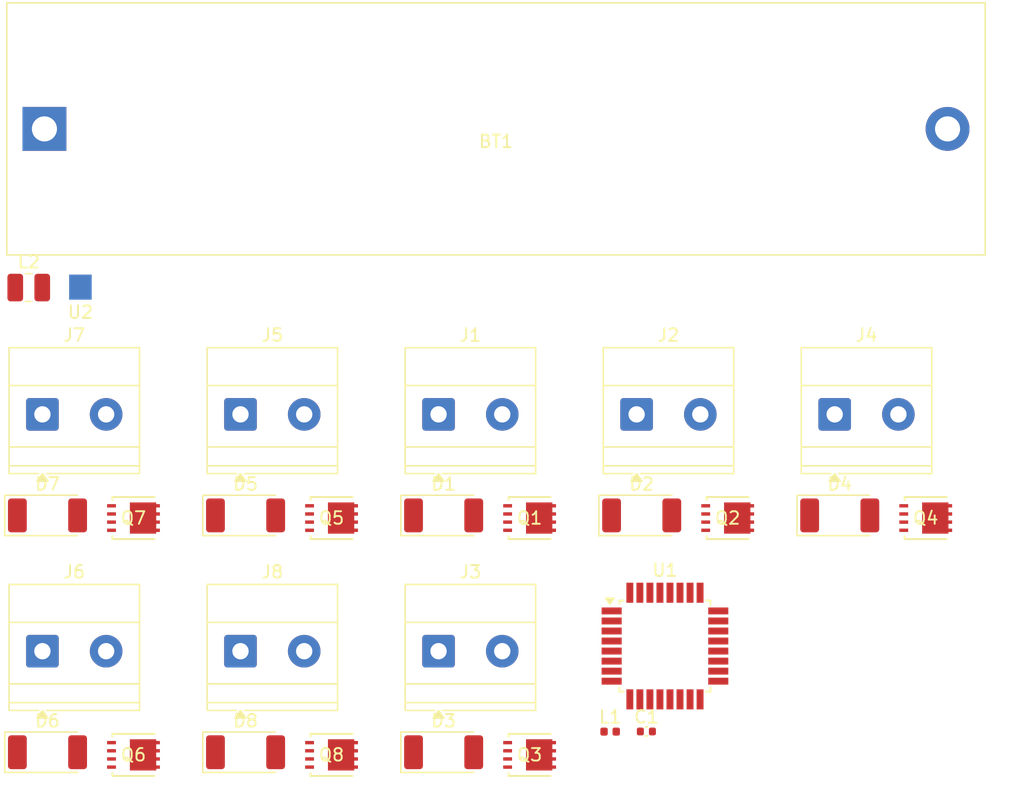
<source format=kicad_pcb>
(kicad_pcb (version 20241229) (generator "pcbnew") (generator_version "9.0")
  (layers (0 "F.Cu" signal) (2 "B.Cu" signal) (13 "F.Paste" user) (15 "B.Paste" user) (5 "F.SilkS" user "F.Silkscreen") (7 "B.SilkS" user "B.Silkscreen") (1 "F.Mask" user) (3 "B.Mask" user) (25 "Edge.Cuts" user))
  (net 0 "")
  (net 9 "GND")
  (net 22 "/Pump1/SIGNAL")
  (net 23 "/Pump2/SIGNAL")
  (net 24 "Net-(D2-K)")
  (net 25 "/Pump3/SIGNAL")
  (net 26 "Net-(D3-K)")
  (net 27 "/Pump4/SIGNAL")
  (net 28 "Net-(D4-K)")
  (net 29 "Net-(D5-K)")
  (net 30 "/Pump5/SIGNAL")
  (net 31 "/Pump6/SIGNAL")
  (net 32 "Net-(D6-K)")
  (net 33 "Net-(D7-K)")
  (net 34 "/Pump7/SIGNAL")
  (net 35 "Net-(D8-K)")
  (net 36 "/Pump8/SIGNAL")
  (net 37 "Net-(D1-K)")
  (net 38 "Net-(C1-Pad1)")
  (net 39 "Net-(U1-AVCC)")
  (net 40 "Net-(BT1-+)")
  (net 41 "Net-(U1-VCC)")
  (net 42 "Out_12VReg")
  (net 43 "Net-(U2-LX2)")
  (net 44 "Net-(U2-LX1)")
  (footprint "Battery:BatteryHolder_MPD_BH-18650-PC2" (layer "F.Cu") (at 3.225 10.275)
    (property "Reference" "BT1" (at 36 1 0) (layer "F.SilkS"))
    (property "Value" "3.7V")
    (fp_line (start -3 -10.05) (end 75 -10.05) (stroke (width 0.12)) (layer "F.SilkS"))
    (fp_line (start -3 10.05) (end -3 -10.05) (stroke (width 0.12)) (layer "F.SilkS"))
    (fp_line (start 75 -10.05) (end 75 10.05) (stroke (width 0.12)) (layer "F.SilkS"))
    (fp_line (start 75 10.05) (end -3 10.05) (stroke (width 0.12)) (layer "F.SilkS"))
    (pad "" np_thru_hole circle (at 8.645 0) (size 3.2 3.2) (drill 3.2) (layers "*.Cu" "*.Mask"))
    (pad "" np_thru_hole circle (at 64.255 0) (size 3.2 3.2) (drill 3.2) (layers "*.Cu" "*.Mask"))
    (pad "1" thru_hole rect (at 0 0) (size 3.5 3.5) (drill 2) (layers "*.Cu" "*.Mask") (net 40 "Net-(BT1-+)"))
    (pad "2" thru_hole circle (at 72 0) (size 3.5 3.5) (drill 2) (layers "*.Cu" "*.Mask") (net 9 "GND"))
  )
  (footprint "Capacitor_SMD:C_0402_1005Metric" (layer "F.Cu") (at 51.215 58.315)
    (property "Reference" "C1" (at 0 -1.16 0) (layer "F.SilkS"))
    (property "Value" "100nF")
    (fp_line (start -0.107836 -0.36) (end 0.107836 -0.36) (stroke (width 0.12)) (layer "F.SilkS"))
    (fp_line (start -0.107836 0.36) (end 0.107836 0.36) (stroke (width 0.12)) (layer "F.SilkS"))
    (pad "1" smd roundrect (at -0.48 0) (size 0.56 0.62) (layers "F.Cu" "F.Mask" "F.Paste") (net 38 "Net-(C1-Pad1)"))
    (pad "2" smd roundrect (at 0.48 0) (size 0.56 0.62) (layers "F.Cu" "F.Mask" "F.Paste") (net 39 "Net-(U1-AVCC)"))
  )
  (footprint "ADDED_SYMBOLS:UCSP50L1C_ROM" (layer "F.Cu") (at 6.0936 22.8904)
    (property "Reference" "U2" (at 0 2 0) (layer "F.SilkS"))
    (property "Value" "BD83070GWL-E2")
    (pad "A1" smd circle (at -0.4064 -0.6096) (size 0.3048 0.3048) (layers "F.Cu" "F.Mask" "F.Paste") (net 40 "Net-(BT1-+)"))
    (pad "A2" smd circle (at 0 -0.6096) (size 0.3048 0.3048) (layers "F.Cu" "F.Mask" "F.Paste") (net 9 "GND"))
    (pad "A3" smd circle (at 0.4064 -0.6096) (size 0.3048 0.3048) (layers "F.Cu" "F.Mask" "F.Paste"))
    (pad "B1" smd circle (at -0.4064 -0.2032) (size 0.3048 0.3048) (layers "F.Cu" "F.Mask" "F.Paste"))
    (pad "B2" smd circle (at 0 -0.2032) (size 0.3048 0.3048) (layers "F.Cu" "F.Mask" "F.Paste") (net 40 "Net-(BT1-+)"))
    (pad "B3" smd circle (at 0.4064 -0.2032) (size 0.3048 0.3048) (layers "F.Cu" "F.Mask" "F.Paste"))
    (pad "BGA PAD" smd rect (at 0 0) (size 1.8 2) (property pad_prop_bga) (layers "B.Cu" "B.Paste"))
    (pad "C1" smd circle (at -0.4064 0.2032) (size 0.3048 0.3048) (layers "F.Cu" "F.Mask" "F.Paste"))
    (pad "C2" smd circle (at 0 0.2032) (size 0.3048 0.3048) (layers "F.Cu" "F.Mask" "F.Paste"))
    (pad "C3" smd circle (at 0.4064 0.2032) (size 0.3048 0.3048) (layers "F.Cu" "F.Mask" "F.Paste") (net 40 "Net-(BT1-+)"))
    (pad "D1" smd circle (at -0.4064 0.6096) (size 0.3048 0.3048) (layers "F.Cu" "F.Mask" "F.Paste") (net 43 "Net-(U2-LX2)"))
    (pad "D2" smd circle (at 0 0.6096) (size 0.3048 0.3048) (layers "F.Cu" "F.Mask" "F.Paste") (net 9 "GND"))
    (pad "D3" smd circle (at 0.4064 0.6096) (size 0.3048 0.3048) (layers "F.Cu" "F.Mask" "F.Paste") (net 44 "Net-(U2-LX1)"))
  )
  (footprint "Diode_SMD:D_MELF" (layer "F.Cu") (at 35.05 59.97)
    (property "Reference" "D3" (at 0 -2.5 0) (layer "F.SilkS"))
    (property "Value" "SM5059")
    (fp_line (start -3.41 -1.61) (end -3.41 1.61) (stroke (width 0.12)) (layer "F.SilkS"))
    (fp_line (start -3.41 1.61) (end 2.4 1.61) (stroke (width 0.12)) (layer "F.SilkS"))
    (fp_line (start 2.4 -1.61) (end -3.41 -1.61) (stroke (width 0.12)) (layer "F.SilkS"))
    (pad "1" smd roundrect (at -2.4 0) (size 1.5 2.7) (layers "F.Cu" "F.Mask" "F.Paste") (roundrect_rratio 0.1666666667) (net 26 "Net-(D3-K)"))
    (pad "2" smd roundrect (at 2.4 0) (size 1.5 2.7) (layers "F.Cu" "F.Mask" "F.Paste") (roundrect_rratio 0.1666666667) (net 9 "GND"))
  )
  (footprint "ADDED_SYMBOLS:TSON_AdvanceWF_TOS" (layer "F.Cu") (at 73.485 41.300199)
    (property "Reference" "Q4" (at 0 0 0) (layer "F.SilkS"))
    (property "Value" "XPN7R104NC_L1XHQ")
    (fp_poly (pts (xy 1.812 -1.245) (xy 1.812 1.245) (xy -0.288 1.245) (xy -0.288 -1.245)) (fill yes) (layer "F.Cu"))
    (fp_line (start -1.676999 -1.676999) (end -1.676999 -1.442339) (stroke (width 0.1524)) (layer "F.SilkS"))
    (fp_line (start -1.676999 1.442339) (end -1.676999 1.676999) (stroke (width 0.1524)) (layer "F.SilkS"))
    (fp_line (start -1.676999 1.676999) (end 1.676999 1.676999) (stroke (width 0.1524)) (layer "F.SilkS"))
    (fp_line (start 1.676999 -1.676999) (end -1.676999 -1.676999) (stroke (width 0.1524)) (layer "F.SilkS"))
    (pad "1" smd rect (at -1.752399 -0.974999) (size 0.7048 0.2692) (layers "F.Cu" "F.Mask" "F.Paste") (net 28 "Net-(D4-K)"))
    (pad "2" smd rect (at -1.752399 -0.325001) (size 0.7048 0.2692) (layers "F.Cu" "F.Mask" "F.Paste") (net 28 "Net-(D4-K)"))
    (pad "3" smd rect (at -1.752399 0.325001) (size 0.7048 0.2692) (layers "F.Cu" "F.Mask" "F.Paste") (net 28 "Net-(D4-K)"))
    (pad "4" smd rect (at -1.752399 0.974999) (size 0.7048 0.2692) (layers "F.Cu" "F.Mask" "F.Paste") (net 27 "/Pump4/SIGNAL"))
    (pad "5" smd rect (at 1.752399 0.974999) (size 0.7048 0.2692) (layers "F.Cu" "F.Mask" "F.Paste") (net 42 "Out_12VReg"))
    (pad "6" smd rect (at 1.752399 0.325001) (size 0.7048 0.2692) (layers "F.Cu" "F.Mask" "F.Paste") (net 42 "Out_12VReg"))
    (pad "7" smd rect (at 1.752399 -0.325001) (size 0.7048 0.2692) (layers "F.Cu" "F.Mask" "F.Paste") (net 42 "Out_12VReg"))
    (pad "8" smd rect (at 1.752399 -0.974999) (size 0.7048 0.2692) (layers "F.Cu" "F.Mask" "F.Paste") (net 42 "Out_12VReg"))
  )
  (footprint "Diode_SMD:D_MELF" (layer "F.Cu") (at 50.84 41.09)
    (property "Reference" "D2" (at 0 -2.5 0) (layer "F.SilkS"))
    (property "Value" "SM5059")
    (fp_line (start -3.41 -1.61) (end -3.41 1.61) (stroke (width 0.12)) (layer "F.SilkS"))
    (fp_line (start -3.41 1.61) (end 2.4 1.61) (stroke (width 0.12)) (layer "F.SilkS"))
    (fp_line (start 2.4 -1.61) (end -3.41 -1.61) (stroke (width 0.12)) (layer "F.SilkS"))
    (pad "1" smd roundrect (at -2.4 0) (size 1.5 2.7) (layers "F.Cu" "F.Mask" "F.Paste") (roundrect_rratio 0.1666666667) (net 24 "Net-(D2-K)"))
    (pad "2" smd roundrect (at 2.4 0) (size 1.5 2.7) (layers "F.Cu" "F.Mask" "F.Paste") (roundrect_rratio 0.1666666667) (net 9 "GND"))
  )
  (footprint "ADDED_SYMBOLS:TSON_AdvanceWF_TOS" (layer "F.Cu") (at 10.325 60.180199)
    (property "Reference" "Q6" (at 0 0 0) (layer "F.SilkS"))
    (property "Value" "XPN7R104NC_L1XHQ")
    (fp_poly (pts (xy 1.812 -1.245) (xy 1.812 1.245) (xy -0.288 1.245) (xy -0.288 -1.245)) (fill yes) (layer "F.Cu"))
    (fp_line (start -1.676999 -1.676999) (end -1.676999 -1.442339) (stroke (width 0.1524)) (layer "F.SilkS"))
    (fp_line (start -1.676999 1.442339) (end -1.676999 1.676999) (stroke (width 0.1524)) (layer "F.SilkS"))
    (fp_line (start -1.676999 1.676999) (end 1.676999 1.676999) (stroke (width 0.1524)) (layer "F.SilkS"))
    (fp_line (start 1.676999 -1.676999) (end -1.676999 -1.676999) (stroke (width 0.1524)) (layer "F.SilkS"))
    (pad "1" smd rect (at -1.752399 -0.974999) (size 0.7048 0.2692) (layers "F.Cu" "F.Mask" "F.Paste") (net 32 "Net-(D6-K)"))
    (pad "2" smd rect (at -1.752399 -0.325001) (size 0.7048 0.2692) (layers "F.Cu" "F.Mask" "F.Paste") (net 32 "Net-(D6-K)"))
    (pad "3" smd rect (at -1.752399 0.325001) (size 0.7048 0.2692) (layers "F.Cu" "F.Mask" "F.Paste") (net 32 "Net-(D6-K)"))
    (pad "4" smd rect (at -1.752399 0.974999) (size 0.7048 0.2692) (layers "F.Cu" "F.Mask" "F.Paste") (net 31 "/Pump6/SIGNAL"))
    (pad "5" smd rect (at 1.752399 0.974999) (size 0.7048 0.2692) (layers "F.Cu" "F.Mask" "F.Paste") (net 42 "Out_12VReg"))
    (pad "6" smd rect (at 1.752399 0.325001) (size 0.7048 0.2692) (layers "F.Cu" "F.Mask" "F.Paste") (net 42 "Out_12VReg"))
    (pad "7" smd rect (at 1.752399 -0.325001) (size 0.7048 0.2692) (layers "F.Cu" "F.Mask" "F.Paste") (net 42 "Out_12VReg"))
    (pad "8" smd rect (at 1.752399 -0.974999) (size 0.7048 0.2692) (layers "F.Cu" "F.Mask" "F.Paste") (net 42 "Out_12VReg"))
  )
  (footprint "TerminalBlock_Phoenix:TerminalBlock_Phoenix_MKDS-1,5-2-5.08_1x02_P5.08mm_Horizontal" (layer "F.Cu") (at 18.855 33.035)
    (property "Reference" "J5" (at 2.54 -6.32 0) (layer "F.SilkS"))
    (property "Value" "Conn_01x02")
    (fp_line (start -2.66 -5.32) (end -2.66 4.72) (stroke (width 0.12)) (layer "F.SilkS"))
    (fp_line (start -2.66 -5.32) (end 7.74 -5.32) (stroke (width 0.12)) (layer "F.SilkS"))
    (fp_line (start -2.66 -2.3) (end 7.74 -2.3) (stroke (width 0.12)) (layer "F.SilkS"))
    (fp_line (start -2.66 2.6) (end 7.74 2.6) (stroke (width 0.12)) (layer "F.SilkS"))
    (fp_line (start -2.66 4.1) (end 7.74 4.1) (stroke (width 0.12)) (layer "F.SilkS"))
    (fp_line (start -2.66 4.72) (end -0.3 4.72) (stroke (width 0.12)) (layer "F.SilkS"))
    (fp_line (start 0.3 4.72) (end 7.74 4.72) (stroke (width 0.12)) (layer "F.SilkS"))
    (fp_line (start 7.74 -5.32) (end 7.74 4.72) (stroke (width 0.12)) (layer "F.SilkS"))
    (fp_poly (pts (xy 0 4.72) (xy 0.44 5.33) (xy -0.44 5.33)) (stroke (width 0.12)) (fill yes) (layer "F.SilkS"))
    (pad "1" thru_hole roundrect (at 0 0) (size 2.6 2.6) (drill 1.3) (layers "*.Cu" "*.Mask") (roundrect_rratio 0.096154) (net 29 "Net-(D5-K)"))
    (pad "2" thru_hole circle (at 5.08 0) (size 2.6 2.6) (drill 1.3) (layers "*.Cu" "*.Mask") (net 9 "GND"))
  )
  (footprint "ADDED_SYMBOLS:TSON_AdvanceWF_TOS" (layer "F.Cu") (at 26.115 60.180199)
    (property "Reference" "Q8" (at 0 0 0) (layer "F.SilkS"))
    (property "Value" "XPN7R104NC_L1XHQ")
    (fp_poly (pts (xy 1.812 -1.245) (xy 1.812 1.245) (xy -0.288 1.245) (xy -0.288 -1.245)) (fill yes) (layer "F.Cu"))
    (fp_line (start -1.676999 -1.676999) (end -1.676999 -1.442339) (stroke (width 0.1524)) (layer "F.SilkS"))
    (fp_line (start -1.676999 1.442339) (end -1.676999 1.676999) (stroke (width 0.1524)) (layer "F.SilkS"))
    (fp_line (start -1.676999 1.676999) (end 1.676999 1.676999) (stroke (width 0.1524)) (layer "F.SilkS"))
    (fp_line (start 1.676999 -1.676999) (end -1.676999 -1.676999) (stroke (width 0.1524)) (layer "F.SilkS"))
    (pad "1" smd rect (at -1.752399 -0.974999) (size 0.7048 0.2692) (layers "F.Cu" "F.Mask" "F.Paste") (net 35 "Net-(D8-K)"))
    (pad "2" smd rect (at -1.752399 -0.325001) (size 0.7048 0.2692) (layers "F.Cu" "F.Mask" "F.Paste") (net 35 "Net-(D8-K)"))
    (pad "3" smd rect (at -1.752399 0.325001) (size 0.7048 0.2692) (layers "F.Cu" "F.Mask" "F.Paste") (net 35 "Net-(D8-K)"))
    (pad "4" smd rect (at -1.752399 0.974999) (size 0.7048 0.2692) (layers "F.Cu" "F.Mask" "F.Paste") (net 36 "/Pump8/SIGNAL"))
    (pad "5" smd rect (at 1.752399 0.974999) (size 0.7048 0.2692) (layers "F.Cu" "F.Mask" "F.Paste") (net 42 "Out_12VReg"))
    (pad "6" smd rect (at 1.752399 0.325001) (size 0.7048 0.2692) (layers "F.Cu" "F.Mask" "F.Paste") (net 42 "Out_12VReg"))
    (pad "7" smd rect (at 1.752399 -0.325001) (size 0.7048 0.2692) (layers "F.Cu" "F.Mask" "F.Paste") (net 42 "Out_12VReg"))
    (pad "8" smd rect (at 1.752399 -0.974999) (size 0.7048 0.2692) (layers "F.Cu" "F.Mask" "F.Paste") (net 42 "Out_12VReg"))
  )
  (footprint "TerminalBlock_Phoenix:TerminalBlock_Phoenix_MKDS-1,5-2-5.08_1x02_P5.08mm_Horizontal" (layer "F.Cu") (at 34.645 33.035)
    (property "Reference" "J1" (at 2.54 -6.32 0) (layer "F.SilkS"))
    (property "Value" "Conn_01x02")
    (fp_line (start -2.66 -5.32) (end -2.66 4.72) (stroke (width 0.12)) (layer "F.SilkS"))
    (fp_line (start -2.66 -5.32) (end 7.74 -5.32) (stroke (width 0.12)) (layer "F.SilkS"))
    (fp_line (start -2.66 -2.3) (end 7.74 -2.3) (stroke (width 0.12)) (layer "F.SilkS"))
    (fp_line (start -2.66 2.6) (end 7.74 2.6) (stroke (width 0.12)) (layer "F.SilkS"))
    (fp_line (start -2.66 4.1) (end 7.74 4.1) (stroke (width 0.12)) (layer "F.SilkS"))
    (fp_line (start -2.66 4.72) (end -0.3 4.72) (stroke (width 0.12)) (layer "F.SilkS"))
    (fp_line (start 0.3 4.72) (end 7.74 4.72) (stroke (width 0.12)) (layer "F.SilkS"))
    (fp_line (start 7.74 -5.32) (end 7.74 4.72) (stroke (width 0.12)) (layer "F.SilkS"))
    (fp_poly (pts (xy 0 4.72) (xy 0.44 5.33) (xy -0.44 5.33)) (stroke (width 0.12)) (fill yes) (layer "F.SilkS"))
    (pad "1" thru_hole roundrect (at 0 0) (size 2.6 2.6) (drill 1.3) (layers "*.Cu" "*.Mask") (roundrect_rratio 0.096154) (net 37 "Net-(D1-K)"))
    (pad "2" thru_hole circle (at 5.08 0) (size 2.6 2.6) (drill 1.3) (layers "*.Cu" "*.Mask") (net 9 "GND"))
  )
  (footprint "TerminalBlock_Phoenix:TerminalBlock_Phoenix_MKDS-1,5-2-5.08_1x02_P5.08mm_Horizontal" (layer "F.Cu") (at 18.855 51.915)
    (property "Reference" "J8" (at 2.54 -6.32 0) (layer "F.SilkS"))
    (property "Value" "Conn_01x02")
    (fp_line (start -2.66 -5.32) (end -2.66 4.72) (stroke (width 0.12)) (layer "F.SilkS"))
    (fp_line (start -2.66 -5.32) (end 7.74 -5.32) (stroke (width 0.12)) (layer "F.SilkS"))
    (fp_line (start -2.66 -2.3) (end 7.74 -2.3) (stroke (width 0.12)) (layer "F.SilkS"))
    (fp_line (start -2.66 2.6) (end 7.74 2.6) (stroke (width 0.12)) (layer "F.SilkS"))
    (fp_line (start -2.66 4.1) (end 7.74 4.1) (stroke (width 0.12)) (layer "F.SilkS"))
    (fp_line (start -2.66 4.72) (end -0.3 4.72) (stroke (width 0.12)) (layer "F.SilkS"))
    (fp_line (start 0.3 4.72) (end 7.74 4.72) (stroke (width 0.12)) (layer "F.SilkS"))
    (fp_line (start 7.74 -5.32) (end 7.74 4.72) (stroke (width 0.12)) (layer "F.SilkS"))
    (fp_poly (pts (xy 0 4.72) (xy 0.44 5.33) (xy -0.44 5.33)) (stroke (width 0.12)) (fill yes) (layer "F.SilkS"))
    (pad "1" thru_hole roundrect (at 0 0) (size 2.6 2.6) (drill 1.3) (layers "*.Cu" "*.Mask") (roundrect_rratio 0.096154) (net 35 "Net-(D8-K)"))
    (pad "2" thru_hole circle (at 5.08 0) (size 2.6 2.6) (drill 1.3) (layers "*.Cu" "*.Mask") (net 9 "GND"))
  )
  (footprint "Diode_SMD:D_MELF" (layer "F.Cu") (at 66.63 41.09)
    (property "Reference" "D4" (at 0 -2.5 0) (layer "F.SilkS"))
    (property "Value" "SM5059")
    (fp_line (start -3.41 -1.61) (end -3.41 1.61) (stroke (width 0.12)) (layer "F.SilkS"))
    (fp_line (start -3.41 1.61) (end 2.4 1.61) (stroke (width 0.12)) (layer "F.SilkS"))
    (fp_line (start 2.4 -1.61) (end -3.41 -1.61) (stroke (width 0.12)) (layer "F.SilkS"))
    (pad "1" smd roundrect (at -2.4 0) (size 1.5 2.7) (layers "F.Cu" "F.Mask" "F.Paste") (roundrect_rratio 0.1666666667) (net 28 "Net-(D4-K)"))
    (pad "2" smd roundrect (at 2.4 0) (size 1.5 2.7) (layers "F.Cu" "F.Mask" "F.Paste") (roundrect_rratio 0.1666666667) (net 9 "GND"))
  )
  (footprint "TerminalBlock_Phoenix:TerminalBlock_Phoenix_MKDS-1,5-2-5.08_1x02_P5.08mm_Horizontal" (layer "F.Cu") (at 66.225 33.035)
    (property "Reference" "J4" (at 2.54 -6.32 0) (layer "F.SilkS"))
    (property "Value" "Conn_01x02")
    (fp_line (start -2.66 -5.32) (end -2.66 4.72) (stroke (width 0.12)) (layer "F.SilkS"))
    (fp_line (start -2.66 -5.32) (end 7.74 -5.32) (stroke (width 0.12)) (layer "F.SilkS"))
    (fp_line (start -2.66 -2.3) (end 7.74 -2.3) (stroke (width 0.12)) (layer "F.SilkS"))
    (fp_line (start -2.66 2.6) (end 7.74 2.6) (stroke (width 0.12)) (layer "F.SilkS"))
    (fp_line (start -2.66 4.1) (end 7.74 4.1) (stroke (width 0.12)) (layer "F.SilkS"))
    (fp_line (start -2.66 4.72) (end -0.3 4.72) (stroke (width 0.12)) (layer "F.SilkS"))
    (fp_line (start 0.3 4.72) (end 7.74 4.72) (stroke (width 0.12)) (layer "F.SilkS"))
    (fp_line (start 7.74 -5.32) (end 7.74 4.72) (stroke (width 0.12)) (layer "F.SilkS"))
    (fp_poly (pts (xy 0 4.72) (xy 0.44 5.33) (xy -0.44 5.33)) (stroke (width 0.12)) (fill yes) (layer "F.SilkS"))
    (pad "1" thru_hole roundrect (at 0 0) (size 2.6 2.6) (drill 1.3) (layers "*.Cu" "*.Mask") (roundrect_rratio 0.096154) (net 28 "Net-(D4-K)"))
    (pad "2" thru_hole circle (at 5.08 0) (size 2.6 2.6) (drill 1.3) (layers "*.Cu" "*.Mask") (net 9 "GND"))
  )
  (footprint "Package_QFP:TQFP-32_7x7mm_P0.8mm" (layer "F.Cu") (at 52.695 51.505)
    (property "Reference" "U1" (at 0 -6.05 0) (layer "F.SilkS"))
    (property "Value" "ATtiny828-A")
    (fp_line (start -3.625 -3.625) (end -3.625 -3.4) (stroke (width 0.15)) (layer "F.SilkS"))
    (fp_line (start -3.625 -3.625) (end -3.3 -3.625) (stroke (width 0.15)) (layer "F.SilkS"))
    (fp_line (start -3.625 3.625) (end -3.625 3.3) (stroke (width 0.15)) (layer "F.SilkS"))
    (fp_line (start -3.625 3.625) (end -3.3 3.625) (stroke (width 0.15)) (layer "F.SilkS"))
    (fp_line (start 3.625 -3.625) (end 3.3 -3.625) (stroke (width 0.15)) (layer "F.SilkS"))
    (fp_line (start 3.625 -3.625) (end 3.625 -3.3) (stroke (width 0.15)) (layer "F.SilkS"))
    (fp_line (start 3.625 3.625) (end 3.3 3.625) (stroke (width 0.15)) (layer "F.SilkS"))
    (fp_line (start 3.625 3.625) (end 3.625 3.3) (stroke (width 0.15)) (layer "F.SilkS"))
    (fp_poly (pts (xy -4.39 -3.34) (xy -4.73 -3.81) (xy -4.05 -3.81) (xy -4.39 -3.34)) (stroke (width 0.12)) (fill yes) (layer "F.SilkS"))
    (pad "1" smd rect (at -4.25 -2.8) (size 1.6 0.55) (layers "F.Cu" "F.Mask" "F.Paste"))
    (pad "2" smd rect (at -4.25 -2) (size 1.6 0.55) (layers "F.Cu" "F.Mask" "F.Paste"))
    (pad "3" smd rect (at -4.25 -1.2) (size 1.6 0.55) (layers "F.Cu" "F.Mask" "F.Paste"))
    (pad "4" smd rect (at -4.25 -0.4) (size 1.6 0.55) (layers "F.Cu" "F.Mask" "F.Paste") (net 41 "Net-(U1-VCC)"))
    (pad "5" smd rect (at -4.25 0.4) (size 1.6 0.55) (layers "F.Cu" "F.Mask" "F.Paste") (net 9 "GND"))
    (pad "6" smd rect (at -4.25 1.2) (size 1.6 0.55) (layers "F.Cu" "F.Mask" "F.Paste"))
    (pad "7" smd rect (at -4.25 2) (size 1.6 0.55) (layers "F.Cu" "F.Mask" "F.Paste"))
    (pad "8" smd rect (at -4.25 2.8) (size 1.6 0.55) (layers "F.Cu" "F.Mask" "F.Paste"))
    (pad "9" smd rect (at -2.8 4.25 90) (size 1.6 0.55) (layers "F.Cu" "F.Mask" "F.Paste") (net 22 "/Pump1/SIGNAL"))
    (pad "10" smd rect (at -2 4.25 90) (size 1.6 0.55) (layers "F.Cu" "F.Mask" "F.Paste") (net 23 "/Pump2/SIGNAL"))
    (pad "11" smd rect (at -1.2 4.25 90) (size 1.6 0.55) (layers "F.Cu" "F.Mask" "F.Paste") (net 25 "/Pump3/SIGNAL"))
    (pad "12" smd rect (at -0.4 4.25 90) (size 1.6 0.55) (layers "F.Cu" "F.Mask" "F.Paste") (net 27 "/Pump4/SIGNAL"))
    (pad "13" smd rect (at 0.4 4.25 90) (size 1.6 0.55) (layers "F.Cu" "F.Mask" "F.Paste") (net 30 "/Pump5/SIGNAL"))
    (pad "14" smd rect (at 1.2 4.25 90) (size 1.6 0.55) (layers "F.Cu" "F.Mask" "F.Paste") (net 31 "/Pump6/SIGNAL"))
    (pad "15" smd rect (at 2 4.25 90) (size 1.6 0.55) (layers "F.Cu" "F.Mask" "F.Paste") (net 34 "/Pump7/SIGNAL"))
    (pad "16" smd rect (at 2.8 4.25 90) (size 1.6 0.55) (layers "F.Cu" "F.Mask" "F.Paste") (net 36 "/Pump8/SIGNAL"))
    (pad "17" smd rect (at 4.25 2.8) (size 1.6 0.55) (layers "F.Cu" "F.Mask" "F.Paste"))
    (pad "18" smd rect (at 4.25 2) (size 1.6 0.55) (layers "F.Cu" "F.Mask" "F.Paste") (net 39 "Net-(U1-AVCC)"))
    (pad "19" smd rect (at 4.25 1.2) (size 1.6 0.55) (layers "F.Cu" "F.Mask" "F.Paste"))
    (pad "20" smd rect (at 4.25 0.4) (size 1.6 0.55) (layers "F.Cu" "F.Mask" "F.Paste"))
    (pad "21" smd rect (at 4.25 -0.4) (size 1.6 0.55) (layers "F.Cu" "F.Mask" "F.Paste") (net 9 "GND"))
    (pad "22" smd rect (at 4.25 -1.2) (size 1.6 0.55) (layers "F.Cu" "F.Mask" "F.Paste"))
    (pad "23" smd rect (at 4.25 -2) (size 1.6 0.55) (layers "F.Cu" "F.Mask" "F.Paste"))
    (pad "24" smd rect (at 4.25 -2.8) (size 1.6 0.55) (layers "F.Cu" "F.Mask" "F.Paste"))
    (pad "25" smd rect (at 2.8 -4.25 90) (size 1.6 0.55) (layers "F.Cu" "F.Mask" "F.Paste"))
    (pad "26" smd rect (at 2 -4.25 90) (size 1.6 0.55) (layers "F.Cu" "F.Mask" "F.Paste"))
    (pad "27" smd rect (at 1.2 -4.25 90) (size 1.6 0.55) (layers "F.Cu" "F.Mask" "F.Paste"))
    (pad "28" smd rect (at 0.4 -4.25 90) (size 1.6 0.55) (layers "F.Cu" "F.Mask" "F.Paste"))
    (pad "29" smd rect (at -0.4 -4.25 90) (size 1.6 0.55) (layers "F.Cu" "F.Mask" "F.Paste"))
    (pad "30" smd rect (at -1.2 -4.25 90) (size 1.6 0.55) (layers "F.Cu" "F.Mask" "F.Paste"))
    (pad "31" smd rect (at -2 -4.25 90) (size 1.6 0.55) (layers "F.Cu" "F.Mask" "F.Paste"))
    (pad "32" smd rect (at -2.8 -4.25 90) (size 1.6 0.55) (layers "F.Cu" "F.Mask" "F.Paste"))
  )
  (footprint "Diode_SMD:D_MELF" (layer "F.Cu") (at 3.47 41.09)
    (property "Reference" "D7" (at 0 -2.5 0) (layer "F.SilkS"))
    (property "Value" "SM5059")
    (fp_line (start -3.41 -1.61) (end -3.41 1.61) (stroke (width 0.12)) (layer "F.SilkS"))
    (fp_line (start -3.41 1.61) (end 2.4 1.61) (stroke (width 0.12)) (layer "F.SilkS"))
    (fp_line (start 2.4 -1.61) (end -3.41 -1.61) (stroke (width 0.12)) (layer "F.SilkS"))
    (pad "1" smd roundrect (at -2.4 0) (size 1.5 2.7) (layers "F.Cu" "F.Mask" "F.Paste") (roundrect_rratio 0.1666666667) (net 33 "Net-(D7-K)"))
    (pad "2" smd roundrect (at 2.4 0) (size 1.5 2.7) (layers "F.Cu" "F.Mask" "F.Paste") (roundrect_rratio 0.1666666667) (net 9 "GND"))
  )
  (footprint "ADDED_SYMBOLS:TSON_AdvanceWF_TOS" (layer "F.Cu") (at 26.115 41.300199)
    (property "Reference" "Q5" (at 0 0 0) (layer "F.SilkS"))
    (property "Value" "XPN7R104NC_L1XHQ")
    (fp_poly (pts (xy 1.812 -1.245) (xy 1.812 1.245) (xy -0.288 1.245) (xy -0.288 -1.245)) (fill yes) (layer "F.Cu"))
    (fp_line (start -1.676999 -1.676999) (end -1.676999 -1.442339) (stroke (width 0.1524)) (layer "F.SilkS"))
    (fp_line (start -1.676999 1.442339) (end -1.676999 1.676999) (stroke (width 0.1524)) (layer "F.SilkS"))
    (fp_line (start -1.676999 1.676999) (end 1.676999 1.676999) (stroke (width 0.1524)) (layer "F.SilkS"))
    (fp_line (start 1.676999 -1.676999) (end -1.676999 -1.676999) (stroke (width 0.1524)) (layer "F.SilkS"))
    (pad "1" smd rect (at -1.752399 -0.974999) (size 0.7048 0.2692) (layers "F.Cu" "F.Mask" "F.Paste") (net 29 "Net-(D5-K)"))
    (pad "2" smd rect (at -1.752399 -0.325001) (size 0.7048 0.2692) (layers "F.Cu" "F.Mask" "F.Paste") (net 29 "Net-(D5-K)"))
    (pad "3" smd rect (at -1.752399 0.325001) (size 0.7048 0.2692) (layers "F.Cu" "F.Mask" "F.Paste") (net 29 "Net-(D5-K)"))
    (pad "4" smd rect (at -1.752399 0.974999) (size 0.7048 0.2692) (layers "F.Cu" "F.Mask" "F.Paste") (net 30 "/Pump5/SIGNAL"))
    (pad "5" smd rect (at 1.752399 0.974999) (size 0.7048 0.2692) (layers "F.Cu" "F.Mask" "F.Paste") (net 42 "Out_12VReg"))
    (pad "6" smd rect (at 1.752399 0.325001) (size 0.7048 0.2692) (layers "F.Cu" "F.Mask" "F.Paste") (net 42 "Out_12VReg"))
    (pad "7" smd rect (at 1.752399 -0.325001) (size 0.7048 0.2692) (layers "F.Cu" "F.Mask" "F.Paste") (net 42 "Out_12VReg"))
    (pad "8" smd rect (at 1.752399 -0.974999) (size 0.7048 0.2692) (layers "F.Cu" "F.Mask" "F.Paste") (net 42 "Out_12VReg"))
  )
  (footprint "TerminalBlock_Phoenix:TerminalBlock_Phoenix_MKDS-1,5-2-5.08_1x02_P5.08mm_Horizontal" (layer "F.Cu") (at 34.645 51.915)
    (property "Reference" "J3" (at 2.54 -6.32 0) (layer "F.SilkS"))
    (property "Value" "Conn_01x02")
    (fp_line (start -2.66 -5.32) (end -2.66 4.72) (stroke (width 0.12)) (layer "F.SilkS"))
    (fp_line (start -2.66 -5.32) (end 7.74 -5.32) (stroke (width 0.12)) (layer "F.SilkS"))
    (fp_line (start -2.66 -2.3) (end 7.74 -2.3) (stroke (width 0.12)) (layer "F.SilkS"))
    (fp_line (start -2.66 2.6) (end 7.74 2.6) (stroke (width 0.12)) (layer "F.SilkS"))
    (fp_line (start -2.66 4.1) (end 7.74 4.1) (stroke (width 0.12)) (layer "F.SilkS"))
    (fp_line (start -2.66 4.72) (end -0.3 4.72) (stroke (width 0.12)) (layer "F.SilkS"))
    (fp_line (start 0.3 4.72) (end 7.74 4.72) (stroke (width 0.12)) (layer "F.SilkS"))
    (fp_line (start 7.74 -5.32) (end 7.74 4.72) (stroke (width 0.12)) (layer "F.SilkS"))
    (fp_poly (pts (xy 0 4.72) (xy 0.44 5.33) (xy -0.44 5.33)) (stroke (width 0.12)) (fill yes) (layer "F.SilkS"))
    (pad "1" thru_hole roundrect (at 0 0) (size 2.6 2.6) (drill 1.3) (layers "*.Cu" "*.Mask") (roundrect_rratio 0.096154) (net 26 "Net-(D3-K)"))
    (pad "2" thru_hole circle (at 5.08 0) (size 2.6 2.6) (drill 1.3) (layers "*.Cu" "*.Mask") (net 9 "GND"))
  )
  (footprint "ADDED_SYMBOLS:TSON_AdvanceWF_TOS" (layer "F.Cu") (at 10.325 41.300199)
    (property "Reference" "Q7" (at 0 0 0) (layer "F.SilkS"))
    (property "Value" "XPN7R104NC_L1XHQ")
    (fp_poly (pts (xy 1.812 -1.245) (xy 1.812 1.245) (xy -0.288 1.245) (xy -0.288 -1.245)) (fill yes) (layer "F.Cu"))
    (fp_line (start -1.676999 -1.676999) (end -1.676999 -1.442339) (stroke (width 0.1524)) (layer "F.SilkS"))
    (fp_line (start -1.676999 1.442339) (end -1.676999 1.676999) (stroke (width 0.1524)) (layer "F.SilkS"))
    (fp_line (start -1.676999 1.676999) (end 1.676999 1.676999) (stroke (width 0.1524)) (layer "F.SilkS"))
    (fp_line (start 1.676999 -1.676999) (end -1.676999 -1.676999) (stroke (width 0.1524)) (layer "F.SilkS"))
    (pad "1" smd rect (at -1.752399 -0.974999) (size 0.7048 0.2692) (layers "F.Cu" "F.Mask" "F.Paste") (net 33 "Net-(D7-K)"))
    (pad "2" smd rect (at -1.752399 -0.325001) (size 0.7048 0.2692) (layers "F.Cu" "F.Mask" "F.Paste") (net 33 "Net-(D7-K)"))
    (pad "3" smd rect (at -1.752399 0.325001) (size 0.7048 0.2692) (layers "F.Cu" "F.Mask" "F.Paste") (net 33 "Net-(D7-K)"))
    (pad "4" smd rect (at -1.752399 0.974999) (size 0.7048 0.2692) (layers "F.Cu" "F.Mask" "F.Paste") (net 34 "/Pump7/SIGNAL"))
    (pad "5" smd rect (at 1.752399 0.974999) (size 0.7048 0.2692) (layers "F.Cu" "F.Mask" "F.Paste") (net 42 "Out_12VReg"))
    (pad "6" smd rect (at 1.752399 0.325001) (size 0.7048 0.2692) (layers "F.Cu" "F.Mask" "F.Paste") (net 42 "Out_12VReg"))
    (pad "7" smd rect (at 1.752399 -0.325001) (size 0.7048 0.2692) (layers "F.Cu" "F.Mask" "F.Paste") (net 42 "Out_12VReg"))
    (pad "8" smd rect (at 1.752399 -0.974999) (size 0.7048 0.2692) (layers "F.Cu" "F.Mask" "F.Paste") (net 42 "Out_12VReg"))
  )
  (footprint "Inductor_SMD:L_1008_2520Metric" (layer "F.Cu") (at 1.975 22.925)
    (property "Reference" "L2" (at 0 -2.05 0) (layer "F.SilkS"))
    (property "Value" "1.5uH")
    (fp_line (start -0.261252 -1.11) (end 0.261252 -1.11) (stroke (width 0.12)) (layer "F.SilkS"))
    (fp_line (start -0.261252 1.11) (end 0.261252 1.11) (stroke (width 0.12)) (layer "F.SilkS"))
    (pad "1" smd roundrect (at -1.075 0) (size 1.25 2.2) (layers "F.Cu" "F.Mask" "F.Paste") (roundrect_rratio 0.2) (net 44 "Net-(U2-LX1)"))
    (pad "2" smd roundrect (at 1.075 0) (size 1.25 2.2) (layers "F.Cu" "F.Mask" "F.Paste") (roundrect_rratio 0.2) (net 43 "Net-(U2-LX2)"))
  )
  (footprint "ADDED_SYMBOLS:TSON_AdvanceWF_TOS" (layer "F.Cu") (at 41.905 41.300199)
    (property "Reference" "Q1" (at 0 0 0) (layer "F.SilkS"))
    (property "Value" "XPN7R104NC_L1XHQ")
    (fp_poly (pts (xy 1.812 -1.245) (xy 1.812 1.245) (xy -0.288 1.245) (xy -0.288 -1.245)) (fill yes) (layer "F.Cu"))
    (fp_line (start -1.676999 -1.676999) (end -1.676999 -1.442339) (stroke (width 0.1524)) (layer "F.SilkS"))
    (fp_line (start -1.676999 1.442339) (end -1.676999 1.676999) (stroke (width 0.1524)) (layer "F.SilkS"))
    (fp_line (start -1.676999 1.676999) (end 1.676999 1.676999) (stroke (width 0.1524)) (layer "F.SilkS"))
    (fp_line (start 1.676999 -1.676999) (end -1.676999 -1.676999) (stroke (width 0.1524)) (layer "F.SilkS"))
    (pad "1" smd rect (at -1.752399 -0.974999) (size 0.7048 0.2692) (layers "F.Cu" "F.Mask" "F.Paste") (net 37 "Net-(D1-K)"))
    (pad "2" smd rect (at -1.752399 -0.325001) (size 0.7048 0.2692) (layers "F.Cu" "F.Mask" "F.Paste") (net 37 "Net-(D1-K)"))
    (pad "3" smd rect (at -1.752399 0.325001) (size 0.7048 0.2692) (layers "F.Cu" "F.Mask" "F.Paste") (net 37 "Net-(D1-K)"))
    (pad "4" smd rect (at -1.752399 0.974999) (size 0.7048 0.2692) (layers "F.Cu" "F.Mask" "F.Paste") (net 22 "/Pump1/SIGNAL"))
    (pad "5" smd rect (at 1.752399 0.974999) (size 0.7048 0.2692) (layers "F.Cu" "F.Mask" "F.Paste") (net 42 "Out_12VReg"))
    (pad "6" smd rect (at 1.752399 0.325001) (size 0.7048 0.2692) (layers "F.Cu" "F.Mask" "F.Paste") (net 42 "Out_12VReg"))
    (pad "7" smd rect (at 1.752399 -0.325001) (size 0.7048 0.2692) (layers "F.Cu" "F.Mask" "F.Paste") (net 42 "Out_12VReg"))
    (pad "8" smd rect (at 1.752399 -0.974999) (size 0.7048 0.2692) (layers "F.Cu" "F.Mask" "F.Paste") (net 42 "Out_12VReg"))
  )
  (footprint "Diode_SMD:D_MELF" (layer "F.Cu") (at 3.47 59.97)
    (property "Reference" "D6" (at 0 -2.5 0) (layer "F.SilkS"))
    (property "Value" "SM5059")
    (fp_line (start -3.41 -1.61) (end -3.41 1.61) (stroke (width 0.12)) (layer "F.SilkS"))
    (fp_line (start -3.41 1.61) (end 2.4 1.61) (stroke (width 0.12)) (layer "F.SilkS"))
    (fp_line (start 2.4 -1.61) (end -3.41 -1.61) (stroke (width 0.12)) (layer "F.SilkS"))
    (pad "1" smd roundrect (at -2.4 0) (size 1.5 2.7) (layers "F.Cu" "F.Mask" "F.Paste") (roundrect_rratio 0.1666666667) (net 32 "Net-(D6-K)"))
    (pad "2" smd roundrect (at 2.4 0) (size 1.5 2.7) (layers "F.Cu" "F.Mask" "F.Paste") (roundrect_rratio 0.1666666667) (net 9 "GND"))
  )
  (footprint "TerminalBlock_Phoenix:TerminalBlock_Phoenix_MKDS-1,5-2-5.08_1x02_P5.08mm_Horizontal" (layer "F.Cu") (at 3.065 51.915)
    (property "Reference" "J6" (at 2.54 -6.32 0) (layer "F.SilkS"))
    (property "Value" "Conn_01x02")
    (fp_line (start -2.66 -5.32) (end -2.66 4.72) (stroke (width 0.12)) (layer "F.SilkS"))
    (fp_line (start -2.66 -5.32) (end 7.74 -5.32) (stroke (width 0.12)) (layer "F.SilkS"))
    (fp_line (start -2.66 -2.3) (end 7.74 -2.3) (stroke (width 0.12)) (layer "F.SilkS"))
    (fp_line (start -2.66 2.6) (end 7.74 2.6) (stroke (width 0.12)) (layer "F.SilkS"))
    (fp_line (start -2.66 4.1) (end 7.74 4.1) (stroke (width 0.12)) (layer "F.SilkS"))
    (fp_line (start -2.66 4.72) (end -0.3 4.72) (stroke (width 0.12)) (layer "F.SilkS"))
    (fp_line (start 0.3 4.72) (end 7.74 4.72) (stroke (width 0.12)) (layer "F.SilkS"))
    (fp_line (start 7.74 -5.32) (end 7.74 4.72) (stroke (width 0.12)) (layer "F.SilkS"))
    (fp_poly (pts (xy 0 4.72) (xy 0.44 5.33) (xy -0.44 5.33)) (stroke (width 0.12)) (fill yes) (layer "F.SilkS"))
    (pad "1" thru_hole roundrect (at 0 0) (size 2.6 2.6) (drill 1.3) (layers "*.Cu" "*.Mask") (roundrect_rratio 0.096154) (net 32 "Net-(D6-K)"))
    (pad "2" thru_hole circle (at 5.08 0) (size 2.6 2.6) (drill 1.3) (layers "*.Cu" "*.Mask") (net 9 "GND"))
  )
  (footprint "Diode_SMD:D_MELF" (layer "F.Cu") (at 19.26 59.97)
    (property "Reference" "D8" (at 0 -2.5 0) (layer "F.SilkS"))
    (property "Value" "SM5059")
    (fp_line (start -3.41 -1.61) (end -3.41 1.61) (stroke (width 0.12)) (layer "F.SilkS"))
    (fp_line (start -3.41 1.61) (end 2.4 1.61) (stroke (width 0.12)) (layer "F.SilkS"))
    (fp_line (start 2.4 -1.61) (end -3.41 -1.61) (stroke (width 0.12)) (layer "F.SilkS"))
    (pad "1" smd roundrect (at -2.4 0) (size 1.5 2.7) (layers "F.Cu" "F.Mask" "F.Paste") (roundrect_rratio 0.1666666667) (net 35 "Net-(D8-K)"))
    (pad "2" smd roundrect (at 2.4 0) (size 1.5 2.7) (layers "F.Cu" "F.Mask" "F.Paste") (roundrect_rratio 0.1666666667) (net 9 "GND"))
  )
  (footprint "Diode_SMD:D_MELF" (layer "F.Cu") (at 19.26 41.09)
    (property "Reference" "D5" (at 0 -2.5 0) (layer "F.SilkS"))
    (property "Value" "SM5059")
    (fp_line (start -3.41 -1.61) (end -3.41 1.61) (stroke (width 0.12)) (layer "F.SilkS"))
    (fp_line (start -3.41 1.61) (end 2.4 1.61) (stroke (width 0.12)) (layer "F.SilkS"))
    (fp_line (start 2.4 -1.61) (end -3.41 -1.61) (stroke (width 0.12)) (layer "F.SilkS"))
    (pad "1" smd roundrect (at -2.4 0) (size 1.5 2.7) (layers "F.Cu" "F.Mask" "F.Paste") (roundrect_rratio 0.1666666667) (net 29 "Net-(D5-K)"))
    (pad "2" smd roundrect (at 2.4 0) (size 1.5 2.7) (layers "F.Cu" "F.Mask" "F.Paste") (roundrect_rratio 0.1666666667) (net 9 "GND"))
  )
  (footprint "TerminalBlock_Phoenix:TerminalBlock_Phoenix_MKDS-1,5-2-5.08_1x02_P5.08mm_Horizontal" (layer "F.Cu") (at 50.435 33.035)
    (property "Reference" "J2" (at 2.54 -6.32 0) (layer "F.SilkS"))
    (property "Value" "Conn_01x02")
    (fp_line (start -2.66 -5.32) (end -2.66 4.72) (stroke (width 0.12)) (layer "F.SilkS"))
    (fp_line (start -2.66 -5.32) (end 7.74 -5.32) (stroke (width 0.12)) (layer "F.SilkS"))
    (fp_line (start -2.66 -2.3) (end 7.74 -2.3) (stroke (width 0.12)) (layer "F.SilkS"))
    (fp_line (start -2.66 2.6) (end 7.74 2.6) (stroke (width 0.12)) (layer "F.SilkS"))
    (fp_line (start -2.66 4.1) (end 7.74 4.1) (stroke (width 0.12)) (layer "F.SilkS"))
    (fp_line (start -2.66 4.72) (end -0.3 4.72) (stroke (width 0.12)) (layer "F.SilkS"))
    (fp_line (start 0.3 4.72) (end 7.74 4.72) (stroke (width 0.12)) (layer "F.SilkS"))
    (fp_line (start 7.74 -5.32) (end 7.74 4.72) (stroke (width 0.12)) (layer "F.SilkS"))
    (fp_poly (pts (xy 0 4.72) (xy 0.44 5.33) (xy -0.44 5.33)) (stroke (width 0.12)) (fill yes) (layer "F.SilkS"))
    (pad "1" thru_hole roundrect (at 0 0) (size 2.6 2.6) (drill 1.3) (layers "*.Cu" "*.Mask") (roundrect_rratio 0.096154) (net 24 "Net-(D2-K)"))
    (pad "2" thru_hole circle (at 5.08 0) (size 2.6 2.6) (drill 1.3) (layers "*.Cu" "*.Mask") (net 9 "GND"))
  )
  (footprint "Inductor_SMD:L_0402_1005Metric" (layer "F.Cu") (at 48.325 58.325)
    (property "Reference" "L1" (at 0 -1.17 0) (layer "F.SilkS"))
    (property "Value" "10mH")
    (pad "1" smd roundrect (at -0.485 0) (size 0.59 0.64) (layers "F.Cu" "F.Mask" "F.Paste") (net 41 "Net-(U1-VCC)"))
    (pad "2" smd roundrect (at 0.485 0) (size 0.59 0.64) (layers "F.Cu" "F.Mask" "F.Paste") (net 38 "Net-(C1-Pad1)"))
  )
  (footprint "ADDED_SYMBOLS:TSON_AdvanceWF_TOS" (layer "F.Cu") (at 41.905 60.180199)
    (property "Reference" "Q3" (at 0 0 0) (layer "F.SilkS"))
    (property "Value" "XPN7R104NC_L1XHQ")
    (fp_poly (pts (xy 1.812 -1.245) (xy 1.812 1.245) (xy -0.288 1.245) (xy -0.288 -1.245)) (fill yes) (layer "F.Cu"))
    (fp_line (start -1.676999 -1.676999) (end -1.676999 -1.442339) (stroke (width 0.1524)) (layer "F.SilkS"))
    (fp_line (start -1.676999 1.442339) (end -1.676999 1.676999) (stroke (width 0.1524)) (layer "F.SilkS"))
    (fp_line (start -1.676999 1.676999) (end 1.676999 1.676999) (stroke (width 0.1524)) (layer "F.SilkS"))
    (fp_line (start 1.676999 -1.676999) (end -1.676999 -1.676999) (stroke (width 0.1524)) (layer "F.SilkS"))
    (pad "1" smd rect (at -1.752399 -0.974999) (size 0.7048 0.2692) (layers "F.Cu" "F.Mask" "F.Paste") (net 26 "Net-(D3-K)"))
    (pad "2" smd rect (at -1.752399 -0.325001) (size 0.7048 0.2692) (layers "F.Cu" "F.Mask" "F.Paste") (net 26 "Net-(D3-K)"))
    (pad "3" smd rect (at -1.752399 0.325001) (size 0.7048 0.2692) (layers "F.Cu" "F.Mask" "F.Paste") (net 26 "Net-(D3-K)"))
    (pad "4" smd rect (at -1.752399 0.974999) (size 0.7048 0.2692) (layers "F.Cu" "F.Mask" "F.Paste") (net 25 "/Pump3/SIGNAL"))
    (pad "5" smd rect (at 1.752399 0.974999) (size 0.7048 0.2692) (layers "F.Cu" "F.Mask" "F.Paste") (net 42 "Out_12VReg"))
    (pad "6" smd rect (at 1.752399 0.325001) (size 0.7048 0.2692) (layers "F.Cu" "F.Mask" "F.Paste") (net 42 "Out_12VReg"))
    (pad "7" smd rect (at 1.752399 -0.325001) (size 0.7048 0.2692) (layers "F.Cu" "F.Mask" "F.Paste") (net 42 "Out_12VReg"))
    (pad "8" smd rect (at 1.752399 -0.974999) (size 0.7048 0.2692) (layers "F.Cu" "F.Mask" "F.Paste") (net 42 "Out_12VReg"))
  )
  (footprint "ADDED_SYMBOLS:TSON_AdvanceWF_TOS" (layer "F.Cu") (at 57.695 41.300199)
    (property "Reference" "Q2" (at 0 0 0) (layer "F.SilkS"))
    (property "Value" "XPN7R104NC_L1XHQ")
    (fp_poly (pts (xy 1.812 -1.245) (xy 1.812 1.245) (xy -0.288 1.245) (xy -0.288 -1.245)) (fill yes) (layer "F.Cu"))
    (fp_line (start -1.676999 -1.676999) (end -1.676999 -1.442339) (stroke (width 0.1524)) (layer "F.SilkS"))
    (fp_line (start -1.676999 1.442339) (end -1.676999 1.676999) (stroke (width 0.1524)) (layer "F.SilkS"))
    (fp_line (start -1.676999 1.676999) (end 1.676999 1.676999) (stroke (width 0.1524)) (layer "F.SilkS"))
    (fp_line (start 1.676999 -1.676999) (end -1.676999 -1.676999) (stroke (width 0.1524)) (layer "F.SilkS"))
    (pad "1" smd rect (at -1.752399 -0.974999) (size 0.7048 0.2692) (layers "F.Cu" "F.Mask" "F.Paste") (net 24 "Net-(D2-K)"))
    (pad "2" smd rect (at -1.752399 -0.325001) (size 0.7048 0.2692) (layers "F.Cu" "F.Mask" "F.Paste") (net 24 "Net-(D2-K)"))
    (pad "3" smd rect (at -1.752399 0.325001) (size 0.7048 0.2692) (layers "F.Cu" "F.Mask" "F.Paste") (net 24 "Net-(D2-K)"))
    (pad "4" smd rect (at -1.752399 0.974999) (size 0.7048 0.2692) (layers "F.Cu" "F.Mask" "F.Paste") (net 23 "/Pump2/SIGNAL"))
    (pad "5" smd rect (at 1.752399 0.974999) (size 0.7048 0.2692) (layers "F.Cu" "F.Mask" "F.Paste") (net 42 "Out_12VReg"))
    (pad "6" smd rect (at 1.752399 0.325001) (size 0.7048 0.2692) (layers "F.Cu" "F.Mask" "F.Paste") (net 42 "Out_12VReg"))
    (pad "7" smd rect (at 1.752399 -0.325001) (size 0.7048 0.2692) (layers "F.Cu" "F.Mask" "F.Paste") (net 42 "Out_12VReg"))
    (pad "8" smd rect (at 1.752399 -0.974999) (size 0.7048 0.2692) (layers "F.Cu" "F.Mask" "F.Paste") (net 42 "Out_12VReg"))
  )
  (footprint "TerminalBlock_Phoenix:TerminalBlock_Phoenix_MKDS-1,5-2-5.08_1x02_P5.08mm_Horizontal" (layer "F.Cu") (at 3.065 33.035)
    (property "Reference" "J7" (at 2.54 -6.32 0) (layer "F.SilkS"))
    (property "Value" "Conn_01x02")
    (fp_line (start -2.66 -5.32) (end -2.66 4.72) (stroke (width 0.12)) (layer "F.SilkS"))
    (fp_line (start -2.66 -5.32) (end 7.74 -5.32) (stroke (width 0.12)) (layer "F.SilkS"))
    (fp_line (start -2.66 -2.3) (end 7.74 -2.3) (stroke (width 0.12)) (layer "F.SilkS"))
    (fp_line (start -2.66 2.6) (end 7.74 2.6) (stroke (width 0.12)) (layer "F.SilkS"))
    (fp_line (start -2.66 4.1) (end 7.74 4.1) (stroke (width 0.12)) (layer "F.SilkS"))
    (fp_line (start -2.66 4.72) (end -0.3 4.72) (stroke (width 0.12)) (layer "F.SilkS"))
    (fp_line (start 0.3 4.72) (end 7.74 4.72) (stroke (width 0.12)) (layer "F.SilkS"))
    (fp_line (start 7.74 -5.32) (end 7.74 4.72) (stroke (width 0.12)) (layer "F.SilkS"))
    (fp_poly (pts (xy 0 4.72) (xy 0.44 5.33) (xy -0.44 5.33)) (stroke (width 0.12)) (fill yes) (layer "F.SilkS"))
    (pad "1" thru_hole roundrect (at 0 0) (size 2.6 2.6) (drill 1.3) (layers "*.Cu" "*.Mask") (roundrect_rratio 0.096154) (net 33 "Net-(D7-K)"))
    (pad "2" thru_hole circle (at 5.08 0) (size 2.6 2.6) (drill 1.3) (layers "*.Cu" "*.Mask") (net 9 "GND"))
  )
  (footprint "Diode_SMD:D_MELF" (layer "F.Cu") (at 35.05 41.09)
    (property "Reference" "D1" (at 0 -2.5 0) (layer "F.SilkS"))
    (property "Value" "SM5059")
    (fp_line (start -3.41 -1.61) (end -3.41 1.61) (stroke (width 0.12)) (layer "F.SilkS"))
    (fp_line (start -3.41 1.61) (end 2.4 1.61) (stroke (width 0.12)) (layer "F.SilkS"))
    (fp_line (start 2.4 -1.61) (end -3.41 -1.61) (stroke (width 0.12)) (layer "F.SilkS"))
    (pad "1" smd roundrect (at -2.4 0) (size 1.5 2.7) (layers "F.Cu" "F.Mask" "F.Paste") (roundrect_rratio 0.1666666667) (net 37 "Net-(D1-K)"))
    (pad "2" smd roundrect (at 2.4 0) (size 1.5 2.7) (layers "F.Cu" "F.Mask" "F.Paste") (roundrect_rratio 0.1666666667) (net 9 "GND"))
  )
)
</source>
